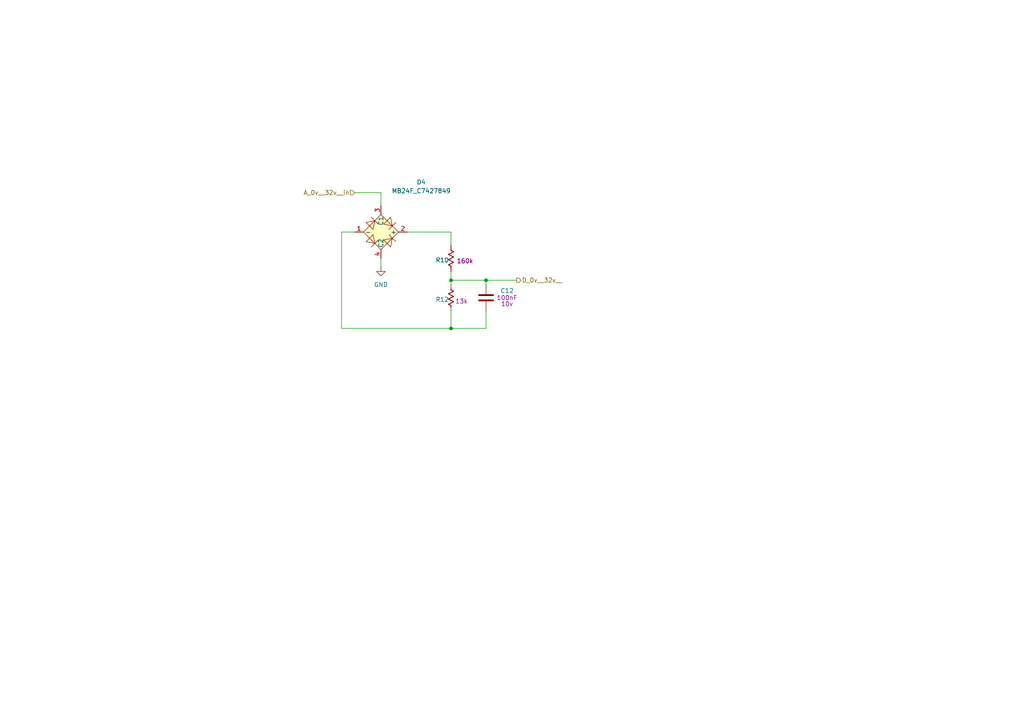
<source format=kicad_sch>
(kicad_sch (version 20250114) (generator "eeschema") (generator_version "9.0")
  (paper "A4")
  (lib_symbols
    (symbol "EDA:MB24F_C7427849"
      (property "Reference" "D" (at 0 12.7 0))
      (property "Value" "MB24F_C7427849" (at 0 -12.7 0))
      (symbol "MB24F_C7427849_0_1"
        (polyline (pts (xy -4.32 2.79) (xy -1.78 3.3) (xy -2.29 0.76) (xy -4.32 2.79)) (fill (type background)))
        (polyline (pts (xy -2.79 4.32) (xy -0.76 2.29)))
        (polyline (pts (xy -2.29 -0.76) (xy -1.78 -3.3) (xy -4.32 -2.79) (xy -2.29 -0.76)) (fill (type background)))
        (polyline (pts (xy -0.76 -2.29) (xy -2.79 -4.32)))
        (polyline (pts (xy 0 5.08) (xy -5.08 0) (xy 0 -5.08) (xy 5.08 0) (xy 0 5.08)) (fill (type background)))
        (polyline (pts (xy 0.76 -2.29) (xy 3.3 -1.78) (xy 2.79 -4.32) (xy 0.76 -2.29)) (fill (type background)))
        (polyline (pts (xy 2.29 -0.76) (xy 4.32 -2.79)))
        (polyline (pts (xy 2.79 4.32) (xy 3.3 1.78) (xy 0.76 2.29) (xy 2.79 4.32)) (fill (type background)))
        (polyline (pts (xy 4.32 2.79) (xy 2.29 0.76)))
      )
      (symbol "MB24F_C7427849_1_1"
        (pin unspecified line (at -7.62 0 0) (length 2.54) (name "-") (number "1"))
        (pin unspecified line (at 0 7.62 270) (length 2.54) (name "C1") (number "3"))
        (pin unspecified line (at 0 -7.62 90) (length 2.54) (name "C2") (number "4"))
        (pin unspecified line (at 7.62 0 180) (length 2.54) (name "+") (number "2"))
      )
    )
    (symbol "PCM_Capacitor_US_AKL:C_0603" (pin_numbers (hide yes)) (pin_names (offset 0.254))
      (property "Reference" "C" (at 0.635 2.54 0))
      (property "Value" "C_0603" (at 0.635 -2.54 0))
      (symbol "C_0603_0_1"
        (polyline (pts (xy -2.032 0.762) (xy 2.032 0.762)) (stroke (width 0.508)))
        (polyline (pts (xy -2.032 -0.762) (xy 2.032 -0.762)) (stroke (width 0.508)))
      )
      (symbol "C_0603_0_2"
        (polyline (pts (xy -2.54 -2.54) (xy -0.381 -0.381)))
        (polyline (pts (xy -0.508 -0.508) (xy -1.651 0.635)) (stroke (width 0.508)))
        (polyline (pts (xy -0.508 -0.508) (xy 0.635 -1.651)) (stroke (width 0.508)))
        (polyline (pts (xy 0.381 0.381) (xy 2.54 2.54)))
        (polyline (pts (xy 0.508 0.508) (xy -0.635 1.651)) (stroke (width 0.508)))
        (polyline (pts (xy 0.508 0.508) (xy 1.651 -0.635)) (stroke (width 0.508)))
      )
      (symbol "C_0603_1_1"
        (pin passive line (at 0 3.81 270) (length 2.794) (name "~") (number "1"))
        (pin passive line (at 0 -3.81 90) (length 2.794) (name "~") (number "2"))
      )
      (symbol "C_0603_1_2"
        (pin passive line (at -2.54 -2.54 90) (length 0) (name "~") (number "2"))
        (pin passive line (at 2.54 2.54 270) (length 0) (name "~") (number "1"))
      )
    )
    (symbol "PCM_Resistor_US_AKL:R_0603" (pin_numbers (hide yes)) (pin_names (offset 0))
      (property "Reference" "R" (at 2.54 1.27 0))
      (property "Value" "R_0603" (at 2.54 -1.27 0))
      (symbol "R_0603_0_1"
        (polyline (pts (xy 0 2.286) (xy 0 2.54)) (stroke (width 0.254)))
        (polyline (pts (xy 0 2.286) (xy 0.762 1.905) (xy -0.762 1.143) (xy 0 0.762) (xy 0.762 0.381) (xy 0 0) (xy -0.762 -0.381) (xy 0 -0.762) (xy 0.762 -1.143) (xy 0 -1.524) (xy -0.762 -1.905) (xy 0 -2.286)) (stroke (width 0.254)))
        (polyline (pts (xy 0 -2.286) (xy 0 -2.54)) (stroke (width 0.254)))
      )
      (symbol "R_0603_0_2"
        (polyline (pts (xy -2.54 -2.54) (xy -1.778 -1.778)))
        (polyline (pts (xy -1.778 -1.778) (xy -1.524 -1.524)) (stroke (width 0.254)))
        (polyline (pts (xy -1.524 -1.524) (xy -1.778 -0.762) (xy -1.016 -1.016)) (stroke (width 0.254)))
        (polyline (pts (xy -0.508 -0.508) (xy -0.762 0.254) (xy 0 0)) (stroke (width 0.254)))
        (polyline (pts (xy -0.508 -0.508) (xy -0.254 -1.27) (xy -1.016 -1.016)) (stroke (width 0.254)))
        (polyline (pts (xy 0.508 0.508) (xy 0.254 1.27) (xy 1.016 1.016)) (stroke (width 0.254)))
        (polyline (pts (xy 0.508 0.508) (xy 0.762 -0.254) (xy 0 0)) (stroke (width 0.254)))
        (polyline (pts (xy 1.524 1.524) (xy 1.778 0.762) (xy 1.016 1.016)) (stroke (width 0.254)))
        (polyline (pts (xy 1.778 1.778) (xy 1.524 1.524)) (stroke (width 0.254)))
        (polyline (pts (xy 1.778 1.778) (xy 2.54 2.54)))
      )
      (symbol "R_0603_1_1"
        (pin passive line (at 0 3.81 270) (length 1.27) (name "~") (number "1"))
        (pin passive line (at 0 -3.81 90) (length 1.27) (name "~") (number "2"))
      )
      (symbol "R_0603_1_2"
        (pin passive line (at -2.54 -2.54 0) (length 0) (name "") (number "2"))
        (pin passive line (at 2.54 2.54 180) (length 0) (name "") (number "1"))
      )
    )
    (symbol "power:GND" (power) (pin_numbers (hide yes)) (pin_names (offset 0) (hide yes))
      (property "Value" "GND" (at 0 -3.81 0))
      (symbol "GND_0_1"
        (polyline (pts (xy 0 0) (xy 0 -1.27) (xy 1.27 -1.27) (xy 0 -2.54) (xy -1.27 -1.27) (xy 0 -1.27)))
      )
      (symbol "GND_1_1"
        (pin power_in line (at 0 0 270) (length 0) (name "~") (number "1"))
      )
    )
  )
  (junction (at 130.81 95.25))
  (junction (at 140.97 81.28))
  (junction (at 130.81 81.28))
  (wire (pts (xy 130.81 67.31) (xy 118.11 67.31)))
  (wire (pts (xy 110.49 55.88) (xy 110.49 59.69)))
  (wire (pts (xy 130.81 81.28) (xy 130.81 82.55)))
  (wire (pts (xy 130.81 71.12) (xy 130.81 67.31)))
  (wire (pts (xy 130.81 78.74) (xy 130.81 81.28)))
  (wire (pts (xy 130.81 95.25) (xy 130.81 90.17)))
  (wire (pts (xy 140.97 81.28) (xy 140.97 82.55)))
  (wire (pts (xy 99.06 67.31) (xy 99.06 95.25)))
  (wire (pts (xy 140.97 81.28) (xy 149.86 81.28)))
  (wire (pts (xy 110.49 74.93) (xy 110.49 77.47)))
  (wire (pts (xy 140.97 95.25) (xy 130.81 95.25)))
  (wire (pts (xy 102.87 67.31) (xy 99.06 67.31)))
  (wire (pts (xy 130.81 81.28) (xy 140.97 81.28)))
  (wire (pts (xy 102.87 55.88) (xy 110.49 55.88)))
  (wire (pts (xy 99.06 95.25) (xy 130.81 95.25)))
  (wire (pts (xy 140.97 90.17) (xy 140.97 95.25)))
  (hierarchical_label "A_0v__32v__in" (shape input) (at 102.87 55.88 180))
  (hierarchical_label "D_0v__32v__" (shape output) (at 149.86 81.28 0))
  (symbol (lib_id "EDA:MB24F_C7427849") (at 110.49 67.31 0) (unit 1)
    (property "Reference" "D4" (at 122.174 52.832 0))
    (property "Value" "MB24F_C7427849" (at 122.174 55.372 0))
    (property "Footprint" "EastEDA:MBF-SMD_L4.7-W3.8-P2.50-LS6.8-BL" (effects (hide yes)))
    (property "LCSC Part" "C7427849" (effects (hide yes)))
  )
  (symbol (lib_id "PCM_Capacitor_US_AKL:C_0603") (at 140.97 86.36 180) (unit 1)
    (property "Reference" "C12" (at 147.066 84.328 0))
    (property "Value" "C_0603" (effects (hide yes)))
    (property "Footprint" "PCM_Capacitor_SMD_AKL:C_0603_1608Metric" (effects (hide yes)))
    (property "Description" "SMD 0603 MLCC capacitor, Alternate KiCad Library" (effects (hide yes)))
    (property "Capacidad" "100nF" (at 147.066 86.36 0))
    (property "Voltaje" "10v" (at 147.066 88.138 0))
  )
  (symbol (lib_id "PCM_Resistor_US_AKL:R_0603") (at 130.81 74.93 0) (unit 1)
    (property "Reference" "R10" (at 128.27 75.438 0))
    (property "Value" "R_0603" (effects (hide yes)))
    (property "Footprint" "PCM_Resistor_SMD_AKL:R_0603_1608Metric" (effects (hide yes)))
    (property "Description" "SMD 0603 Chip Resistor, US Symbol, Alternate KiCad Library" (effects (hide yes)))
    (property "Capacidad" "160k" (at 134.874 75.692 0))
  )
  (symbol (lib_id "PCM_Resistor_US_AKL:R_0603") (at 130.81 86.36 0) (unit 1)
    (property "Reference" "R12" (at 128.27 86.868 0))
    (property "Value" "R_0603" (effects (hide yes)))
    (property "Footprint" "PCM_Resistor_SMD_AKL:R_0603_1608Metric" (effects (hide yes)))
    (property "Description" "SMD 0603 Chip Resistor, US Symbol, Alternate KiCad Library" (effects (hide yes)))
    (property "Capacidad" "13k" (at 133.858 87.376 0))
  )
  (symbol (lib_id "power:GND") (at 110.49 77.47 0) (unit 1)
    (property "Reference" "#PWR029" (effects (hide yes)))
    (property "Value" "GND" (at 110.49 82.55 0))
    (property "Description" "Power symbol creates a global label with name \"GND\" , ground" (effects (hide yes)))
  )
)
</source>
